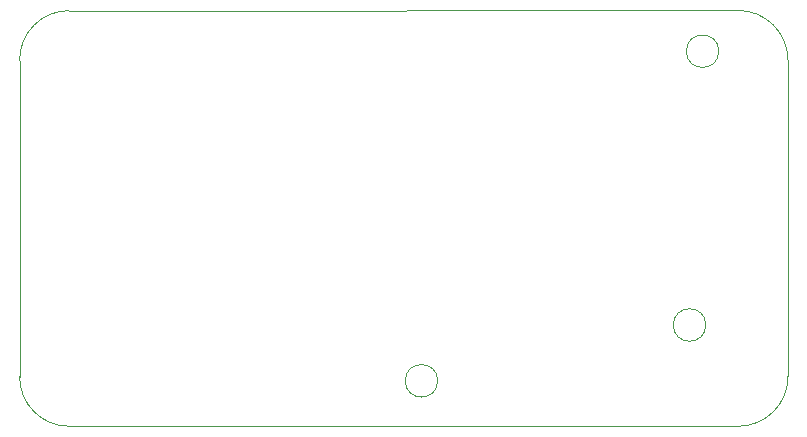
<source format=gbr>
%TF.GenerationSoftware,KiCad,Pcbnew,9.0.0*%
%TF.CreationDate,2025-07-04T19:45:29-07:00*%
%TF.ProjectId,bubby2,62756262-7932-42e6-9b69-6361645f7063,rev?*%
%TF.SameCoordinates,Original*%
%TF.FileFunction,Profile,NP*%
%FSLAX46Y46*%
G04 Gerber Fmt 4.6, Leading zero omitted, Abs format (unit mm)*
G04 Created by KiCad (PCBNEW 9.0.0) date 2025-07-04 19:45:29*
%MOMM*%
%LPD*%
G01*
G04 APERTURE LIST*
%TA.AperFunction,Profile*%
%ADD10C,0.050000*%
%TD*%
G04 APERTURE END LIST*
D10*
X190361525Y-128951836D02*
G75*
G02*
X186096967Y-124752406I-64625J4199436D01*
G01*
X251156899Y-124683484D02*
G75*
G02*
X246957396Y-128948096I-4199499J-64616D01*
G01*
X186100497Y-98018057D02*
X186096968Y-124752406D01*
X246888474Y-93746550D02*
G75*
G02*
X251153147Y-97946053I64626J-4199550D01*
G01*
X251153082Y-97946053D02*
X251156906Y-124683484D01*
X190272985Y-93753486D02*
X246888474Y-93746550D01*
X244200000Y-120375000D02*
G75*
G02*
X241450000Y-120375000I-1375000J0D01*
G01*
X241450000Y-120375000D02*
G75*
G02*
X244200000Y-120375000I1375000J0D01*
G01*
X221500000Y-125100000D02*
G75*
G02*
X218750000Y-125100000I-1375000J0D01*
G01*
X218750000Y-125100000D02*
G75*
G02*
X221500000Y-125100000I1375000J0D01*
G01*
X186100497Y-98018057D02*
G75*
G02*
X190278312Y-93753455I4199503J64657D01*
G01*
X245300000Y-97200000D02*
G75*
G02*
X242550000Y-97200000I-1375000J0D01*
G01*
X242550000Y-97200000D02*
G75*
G02*
X245300000Y-97200000I1375000J0D01*
G01*
X190361526Y-128951908D02*
X246957396Y-128948092D01*
M02*

</source>
